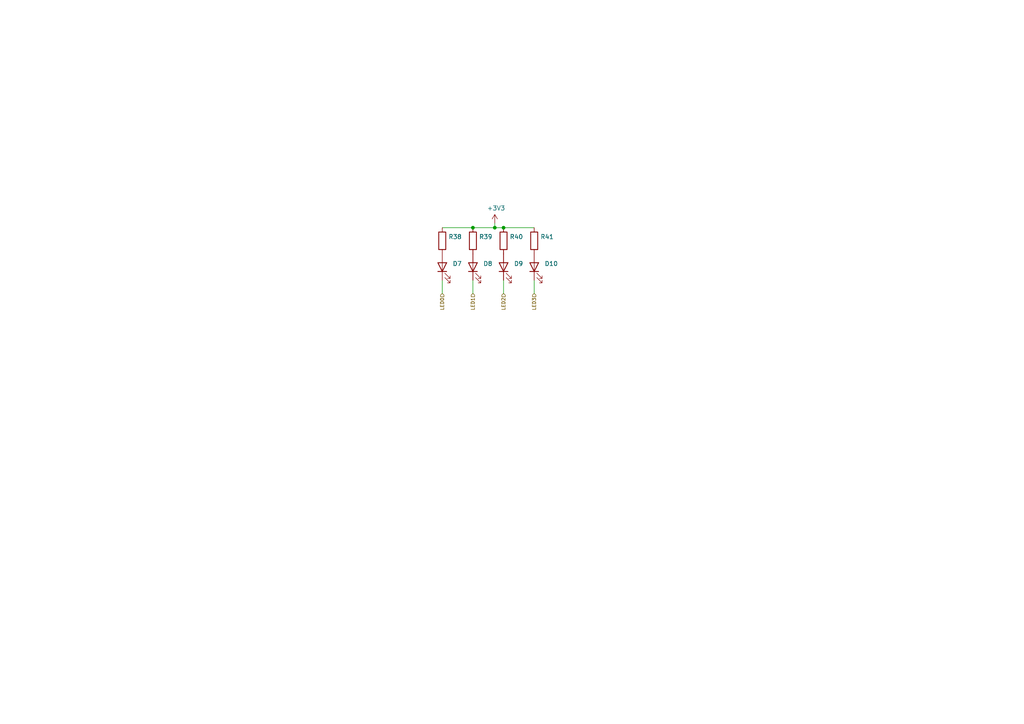
<source format=kicad_sch>
(kicad_sch (version 20211123) (generator eeschema)
  (paper "A4")
  (title_block (title "Status LEDs"))
  (lib_symbols
    (symbol "Device:LED" (pin_numbers hide) (pin_names (offset 1.016) hide)
      (property "Reference" "D" (at 0 2.54 0))
      (property "Value" "LED" (at 0 -2.54 0))
      (symbol "LED_0_1"
        (polyline (pts (xy -1.27 -1.27) (xy -1.27 1.27)) (stroke (width 0.254)))
        (polyline (pts (xy -1.27 0) (xy 1.27 0)))
        (polyline (pts (xy 1.27 -1.27) (xy 1.27 1.27) (xy -1.27 0) (xy 1.27 -1.27)) (stroke (width 0.254)))
        (polyline (pts (xy -3.048 -0.762) (xy -4.572 -2.286) (xy -3.81 -2.286) (xy -4.572 -2.286) (xy -4.572 -1.524)))
        (polyline (pts (xy -1.778 -0.762) (xy -3.302 -2.286) (xy -2.54 -2.286) (xy -3.302 -2.286) (xy -3.302 -1.524)))
      )
      (symbol "LED_1_1"
        (pin passive line (at -3.81 0 0) (length 2.54) (name "K") (number "1"))
        (pin passive line (at 3.81 0 180) (length 2.54) (name "A") (number "2"))
      )
    )
    (symbol "Device:R" (pin_numbers hide) (pin_names (offset 0))
      (property "Reference" "R" (at 2.032 0 90))
      (property "Value" "R" (at 0 0 90))
      (symbol "R_0_1"
        (rectangle (start -1.016 -2.54) (end 1.016 2.54) (stroke (width 0.254)))
      )
      (symbol "R_1_1"
        (pin passive line (at 0 3.81 270) (length 1.27) (name "~") (number "1"))
        (pin passive line (at 0 -3.81 90) (length 1.27) (name "~") (number "2"))
      )
    )
    (symbol "karta_pomiarowa_v2-rescue:+3.3V-power" (power) (pin_names (offset 0))
      (property "Value" "+3.3V-power" (at 0 3.556 0))
      (symbol "+3.3V-power_0_1"
        (polyline (pts (xy -0.762 1.27) (xy 0 2.54)))
        (polyline (pts (xy 0 0) (xy 0 2.54)))
        (polyline (pts (xy 0 2.54) (xy 0.762 1.27)))
      )
      (symbol "+3.3V-power_1_1"
        (pin power_in line (at 0 0 90) (length 0) hide (name "+3V3") (number "1"))
      )
    )
  )
  (junction (at 143.51 66.04))
  (junction (at 146.05 66.04))
  (junction (at 137.16 66.04))
  (wire (pts (xy 137.16 81.28) (xy 137.16 85.09)))
  (wire (pts (xy 143.51 64.77) (xy 143.51 66.04)))
  (wire (pts (xy 146.05 66.04) (xy 143.51 66.04)))
  (wire (pts (xy 128.27 85.09) (xy 128.27 81.28)))
  (wire (pts (xy 137.16 66.04) (xy 128.27 66.04)))
  (wire (pts (xy 143.51 66.04) (xy 137.16 66.04)))
  (wire (pts (xy 146.05 81.28) (xy 146.05 85.09)))
  (wire (pts (xy 154.94 81.28) (xy 154.94 85.09)))
  (wire (pts (xy 154.94 66.04) (xy 146.05 66.04)))
  (hierarchical_label "LED0" (shape input) (at 128.27 85.09 270) (effects (font (size 0.9906 0.9906))))
  (hierarchical_label "LED1" (shape input) (at 137.16 85.09 270) (effects (font (size 0.9906 0.9906))))
  (hierarchical_label "LED3" (shape input) (at 154.94 85.09 270) (effects (font (size 0.9906 0.9906))))
  (hierarchical_label "LED2" (shape input) (at 146.05 85.09 270) (effects (font (size 0.9906 0.9906))))
  (symbol (lib_id "Device:R") (at 128.27 69.85 0) (unit 1)
    (property "Reference" "R38" (at 130.048 68.6816 0) (effects (justify left)))
  )
  (symbol (lib_id "Device:LED") (at 128.27 77.47 90) (unit 1)
    (property "Reference" "D7" (at 131.2672 76.4794 90) (effects (justify right)))
  )
  (symbol (lib_id "Device:R") (at 137.16 69.85 0) (unit 1)
    (property "Reference" "R39" (at 138.938 68.6816 0) (effects (justify left)))
  )
  (symbol (lib_id "Device:LED") (at 137.16 77.47 90) (unit 1)
    (property "Reference" "D8" (at 140.1572 76.4794 90) (effects (justify right)))
  )
  (symbol (lib_id "Device:R") (at 146.05 69.85 0) (unit 1)
    (property "Reference" "R40" (at 147.828 68.6816 0) (effects (justify left)))
  )
  (symbol (lib_id "Device:LED") (at 146.05 77.47 90) (unit 1)
    (property "Reference" "D9" (at 149.0472 76.4794 90) (effects (justify right)))
  )
  (symbol (lib_id "Device:R") (at 154.94 69.85 0) (unit 1)
    (property "Reference" "R41" (at 156.718 68.6816 0) (effects (justify left)))
  )
  (symbol (lib_id "Device:LED") (at 154.94 77.47 90) (unit 1)
    (property "Reference" "D10" (at 157.9372 76.4794 90) (effects (justify right)))
  )
  (symbol (lib_id "karta_pomiarowa_v2-rescue:+3.3V-power") (at 143.51 64.77 0) (unit 1)
    (property "Reference" "#PWR063" (effects hide))
  )
)
</source>
